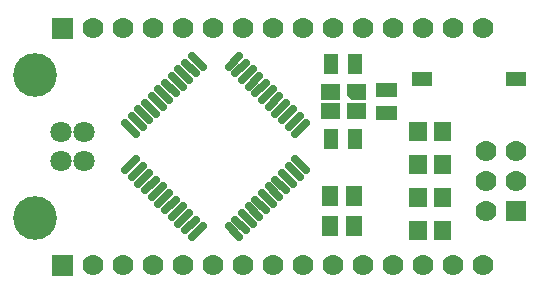
<source format=gts>
G04 Layer: TopSolderMaskLayer*
G04 EasyEDA v6.4.7, 2020-11-07T10:37:38+03:00*
G04 1389fe0e608b4a92a316d8f3135ec2f9,c683d62568ac4463b913f09dc326db1e,10*
G04 Gerber Generator version 0.2*
G04 Scale: 100 percent, Rotated: No, Reflected: No *
G04 Dimensions in millimeters *
G04 leading zeros omitted , absolute positions ,3 integer and 3 decimal *
%FSLAX33Y33*%
%MOMM*%
G90*
D02*

%ADD37C,0.703199*%
%ADD38C,1.778000*%
%ADD39R,1.778000X1.778000*%
%ADD46C,3.703193*%
%ADD47C,1.803197*%

%LPD*%
G54D37*
G01X19922Y3885D02*
G01X19002Y4804D01*
G01X20488Y4450D02*
G01X19568Y5369D01*
G01X21053Y5016D02*
G01X20134Y5935D01*
G01X21619Y5582D02*
G01X20700Y6501D01*
G01X22184Y6147D02*
G01X21265Y7066D01*
G01X22750Y6713D02*
G01X21831Y7632D01*
G01X23316Y7279D02*
G01X22397Y8198D01*
G01X23881Y7844D02*
G01X22962Y8763D01*
G01X24447Y8410D02*
G01X23528Y9329D01*
G01X25013Y8975D02*
G01X24094Y9895D01*
G01X25578Y9541D02*
G01X24659Y10461D01*
G01X24659Y12652D02*
G01X25578Y13572D01*
G01X24094Y13218D02*
G01X25013Y14138D01*
G01X23528Y13784D02*
G01X24447Y14703D01*
G01X22962Y14350D02*
G01X23881Y15269D01*
G01X22397Y14915D02*
G01X23316Y15834D01*
G01X21831Y15481D02*
G01X22750Y16400D01*
G01X21265Y16047D02*
G01X22184Y16966D01*
G01X20700Y16612D02*
G01X21619Y17531D01*
G01X20134Y17178D02*
G01X21053Y18097D01*
G01X19568Y17744D02*
G01X20488Y18663D01*
G01X19002Y18309D02*
G01X19922Y19228D01*
G01X16811Y18309D02*
G01X15891Y19228D01*
G01X16245Y17744D02*
G01X15325Y18663D01*
G01X15679Y17178D02*
G01X14760Y18097D01*
G01X15113Y16612D02*
G01X14194Y17531D01*
G01X14548Y16047D02*
G01X13629Y16966D01*
G01X13982Y15481D02*
G01X13063Y16400D01*
G01X13416Y14915D02*
G01X12497Y15834D01*
G01X12851Y14350D02*
G01X11932Y15269D01*
G01X12285Y13784D02*
G01X11366Y14703D01*
G01X11719Y13218D02*
G01X10800Y14138D01*
G01X11154Y12652D02*
G01X10235Y13572D01*
G01X10235Y9541D02*
G01X11154Y10461D01*
G01X10800Y8975D02*
G01X11719Y9895D01*
G01X11366Y8410D02*
G01X12285Y9329D01*
G01X11932Y7844D02*
G01X12851Y8763D01*
G01X12497Y7279D02*
G01X13416Y8198D01*
G01X13063Y6713D02*
G01X13982Y7632D01*
G01X13629Y6147D02*
G01X14548Y7066D01*
G01X14194Y5582D02*
G01X15113Y6501D01*
G01X14760Y5016D02*
G01X15679Y5935D01*
G01X15325Y4450D02*
G01X16245Y5369D01*
G01X15891Y3885D02*
G01X16811Y4804D01*
G54D38*
G01X40513Y21590D03*
G01X37973Y21590D03*
G01X35433Y21590D03*
G01X32893Y21590D03*
G01X30353Y21590D03*
G01X27813Y21590D03*
G01X25273Y21590D03*
G01X22733Y21590D03*
G01X20193Y21590D03*
G01X17653Y21590D03*
G01X15113Y21590D03*
G01X12573Y21590D03*
G01X10033Y21590D03*
G01X7493Y21590D03*
G36*
G01X4064Y20701D02*
G01X4064Y22479D01*
G01X5842Y22479D01*
G01X5842Y20701D01*
G01X4064Y20701D01*
G37*
G01X40513Y1524D03*
G01X37973Y1524D03*
G01X35433Y1524D03*
G01X32893Y1524D03*
G01X30353Y1524D03*
G01X27813Y1524D03*
G01X25273Y1524D03*
G01X22733Y1524D03*
G01X20193Y1524D03*
G01X17653Y1524D03*
G01X15113Y1524D03*
G01X12573Y1524D03*
G01X10033Y1524D03*
G01X7493Y1524D03*
G36*
G01X4064Y635D02*
G01X4064Y2413D01*
G01X5842Y2413D01*
G01X5842Y635D01*
G01X4064Y635D01*
G37*
G36*
G01X42519Y16670D02*
G01X42519Y17873D01*
G01X44221Y17873D01*
G01X44221Y16670D01*
G01X42519Y16670D01*
G37*
G36*
G01X34518Y16670D02*
G01X34518Y17873D01*
G01X36220Y17873D01*
G01X36220Y16670D01*
G01X34518Y16670D01*
G37*
G01X40767Y11176D03*
G01X43307Y11176D03*
G01X40767Y8636D03*
G01X43307Y8636D03*
G01X40767Y6096D03*
G54D39*
G01X43307Y6096D03*
G36*
G01X34267Y6436D02*
G01X34267Y8039D01*
G01X35770Y8039D01*
G01X35770Y6436D01*
G01X34267Y6436D01*
G37*
G36*
G01X36367Y6436D02*
G01X36367Y8039D01*
G01X37871Y8039D01*
G01X37871Y6436D01*
G01X36367Y6436D01*
G37*
G36*
G01X34267Y3642D02*
G01X34267Y5245D01*
G01X35770Y5245D01*
G01X35770Y3642D01*
G01X34267Y3642D01*
G37*
G36*
G01X36367Y3642D02*
G01X36367Y5245D01*
G01X37871Y5245D01*
G01X37871Y3642D01*
G01X36367Y3642D01*
G37*
G36*
G01X34267Y9230D02*
G01X34267Y10833D01*
G01X35770Y10833D01*
G01X35770Y9230D01*
G01X34267Y9230D01*
G37*
G36*
G01X36367Y9230D02*
G01X36367Y10833D01*
G01X37871Y10833D01*
G01X37871Y9230D01*
G01X36367Y9230D01*
G37*
G36*
G01X34267Y12024D02*
G01X34267Y13627D01*
G01X35770Y13627D01*
G01X35770Y12024D01*
G01X34267Y12024D01*
G37*
G36*
G01X36367Y12024D02*
G01X36367Y13627D01*
G01X37871Y13627D01*
G01X37871Y12024D01*
G01X36367Y12024D01*
G37*
G36*
G01X29100Y11315D02*
G01X29100Y13068D01*
G01X30304Y13068D01*
G01X30304Y11315D01*
G01X29100Y11315D01*
G37*
G36*
G01X27099Y11315D02*
G01X27099Y13068D01*
G01X28303Y13068D01*
G01X28303Y11315D01*
G01X27099Y11315D01*
G37*
G36*
G01X27099Y17665D02*
G01X27099Y19418D01*
G01X28303Y19418D01*
G01X28303Y17665D01*
G01X27099Y17665D01*
G37*
G36*
G01X29100Y17665D02*
G01X29100Y19418D01*
G01X30304Y19418D01*
G01X30304Y17665D01*
G01X29100Y17665D01*
G37*
G36*
G01X26878Y4000D02*
G01X26878Y5651D01*
G01X28239Y5651D01*
G01X28239Y4000D01*
G01X26878Y4000D01*
G37*
G36*
G01X28910Y4000D02*
G01X28910Y5651D01*
G01X30271Y5651D01*
G01X30271Y4000D01*
G01X28910Y4000D01*
G37*
G36*
G01X28910Y6540D02*
G01X28910Y8191D01*
G01X30271Y8191D01*
G01X30271Y6540D01*
G01X28910Y6540D01*
G37*
G36*
G01X26878Y6540D02*
G01X26878Y8191D01*
G01X28239Y8191D01*
G01X28239Y6540D01*
G01X26878Y6540D01*
G37*
G36*
G01X31508Y13764D02*
G01X31508Y14968D01*
G01X33261Y14968D01*
G01X33261Y13764D01*
G01X31508Y13764D01*
G37*
G36*
G01X31508Y15765D02*
G01X31508Y16969D01*
G01X33261Y16969D01*
G01X33261Y15765D01*
G01X31508Y15765D01*
G37*
G36*
G01X26799Y13891D02*
G01X26799Y15242D01*
G01X28404Y15242D01*
G01X28404Y13891D01*
G01X26799Y13891D01*
G37*
G36*
G01X29420Y15491D02*
G01X29001Y15930D01*
G01X29001Y16842D01*
G01X30604Y16842D01*
G01X30604Y15491D01*
G01X29420Y15491D01*
G37*
G36*
G01X29001Y13891D02*
G01X29001Y15242D01*
G01X30604Y15242D01*
G01X30604Y13891D01*
G01X29001Y13891D01*
G37*
G36*
G01X26799Y15491D02*
G01X26799Y16842D01*
G01X28404Y16842D01*
G01X28404Y15491D01*
G01X26799Y15491D01*
G37*
G54D46*
G01X2614Y5536D03*
G01X2614Y17576D03*
G54D47*
G01X4784Y10306D03*
G01X4784Y12806D03*
G01X6784Y12806D03*
G01X6784Y10306D03*
M00*
M02*

</source>
